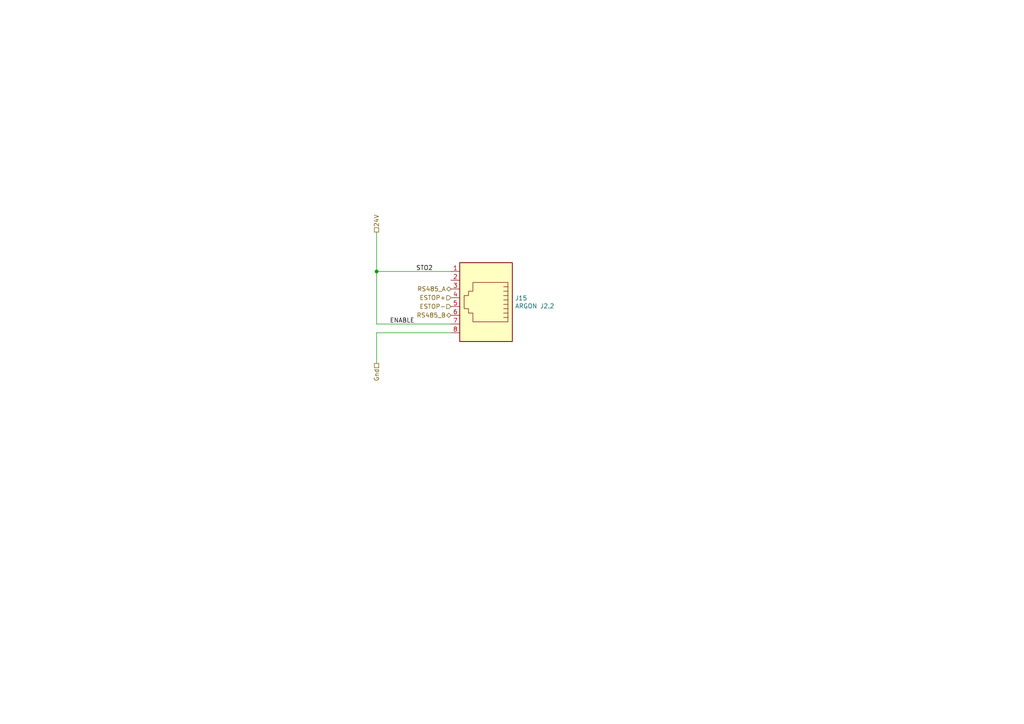
<source format=kicad_sch>
(kicad_sch (version 20211123) (generator eeschema)
  (paper "A4")
  (lib_symbols
    (symbol "UnifiedBreakout-rescue:RJ45-Connector" (pin_names (offset 1.016))
      (property "Reference" "J" (at -5.08 13.97 0))
      (property "Value" "RJ45-Connector" (at 2.54 13.97 0))
      (symbol "RJ45-Connector_0_1"
        (polyline (pts (xy -5.08 4.445) (xy -6.35 4.445)))
        (polyline (pts (xy -5.08 5.715) (xy -6.35 5.715)))
        (polyline (pts (xy -6.35 -3.175) (xy -5.08 -3.175) (xy -5.08 -3.175)))
        (polyline (pts (xy -6.35 -1.905) (xy -5.08 -1.905) (xy -5.08 -1.905)))
        (polyline (pts (xy -6.35 -0.635) (xy -5.08 -0.635) (xy -5.08 -0.635)))
        (polyline (pts (xy -6.35 0.635) (xy -5.08 0.635) (xy -5.08 0.635)))
        (polyline (pts (xy -6.35 1.905) (xy -5.08 1.905) (xy -5.08 1.905)))
        (polyline (pts (xy -5.08 3.175) (xy -6.35 3.175) (xy -6.35 3.175)))
        (polyline (pts (xy -6.35 -4.445) (xy -6.35 6.985) (xy 3.81 6.985) (xy 3.81 4.445) (xy 5.08 4.445) (xy 5.08 3.175) (xy 6.35 3.175) (xy 6.35 -0.635) (xy 5.08 -0.635) (xy 5.08 -1.905) (xy 3.81 -1.905) (xy 3.81 -4.445) (xy -6.35 -4.445) (xy -6.35 -4.445)))
        (rectangle (start 7.62 12.7) (end -7.62 -10.16) (stroke (width 0.254)) (fill (type background)))
      )
      (symbol "RJ45-Connector_1_1"
        (pin passive line (at 10.16 -7.62 180) (length 2.54) (name "~") (number "1"))
        (pin passive line (at 10.16 -5.08 180) (length 2.54) (name "~") (number "2"))
        (pin passive line (at 10.16 -2.54 180) (length 2.54) (name "~") (number "3"))
        (pin passive line (at 10.16 0 180) (length 2.54) (name "~") (number "4"))
        (pin passive line (at 10.16 2.54 180) (length 2.54) (name "~") (number "5"))
        (pin passive line (at 10.16 5.08 180) (length 2.54) (name "~") (number "6"))
        (pin passive line (at 10.16 7.62 180) (length 2.54) (name "~") (number "7"))
        (pin passive line (at 10.16 10.16 180) (length 2.54) (name "~") (number "8"))
      )
    )
  )
  (junction (at 109.22 78.74) (diameter 0.9144))
  (wire (pts (xy 130.81 96.52) (xy 109.22 96.52)))
  (wire (pts (xy 109.22 78.74) (xy 109.22 67.31)))
  (wire (pts (xy 109.22 96.52) (xy 109.22 105.41)))
  (wire (pts (xy 109.22 93.98) (xy 109.22 78.74)))
  (wire (pts (xy 130.81 93.98) (xy 109.22 93.98)))
  (wire (pts (xy 130.81 78.74) (xy 109.22 78.74)))
  (label "ENABLE" (at 113.03 93.98 0))
  (label "STO2" (at 120.65 78.74 0))
  (hierarchical_label "Gnd" (shape passive) (at 109.22 105.41 270))
  (hierarchical_label "24V" (shape passive) (at 109.22 67.31 90))
  (hierarchical_label "ESTOP+" (shape input) (at 130.81 86.36 180))
  (hierarchical_label "ESTOP-" (shape input) (at 130.81 88.9 180))
  (hierarchical_label "RS485_B" (shape bidirectional) (at 130.81 91.44 180))
  (hierarchical_label "RS485_A" (shape bidirectional) (at 130.81 83.82 180))
  (symbol (lib_id "UnifiedBreakout-rescue:RJ45-Connector") (at 140.97 86.36 180) (unit 1)
    (property "Reference" "J15" (at 149.352 86.4616 0) (effects (justify right)))
    (property "Value" "ARGON J2.2" (at 149.352 88.773 0) (effects (justify right)))
    (property "Footprint" "Stewart:SS6488SANF1" (effects hide))
    (property "MPN" "SS-6488S-A-NF-1" (effects hide))
    (property "Manufacturer" "Bel" (effects hide))
  )
)
</source>
